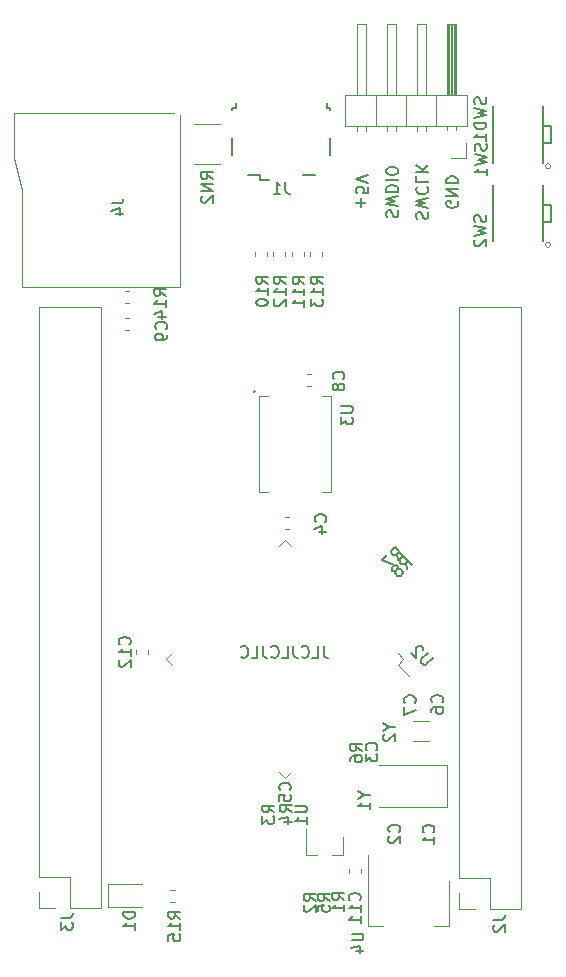
<source format=gbr>
G04 #@! TF.GenerationSoftware,KiCad,Pcbnew,(5.1.4)-1*
G04 #@! TF.CreationDate,2019-12-14T17:44:52+08:00*
G04 #@! TF.ProjectId,STM32F407VTE6-SOCKET,53544d33-3246-4343-9037-565445362d53,rev?*
G04 #@! TF.SameCoordinates,Original*
G04 #@! TF.FileFunction,Legend,Bot*
G04 #@! TF.FilePolarity,Positive*
%FSLAX46Y46*%
G04 Gerber Fmt 4.6, Leading zero omitted, Abs format (unit mm)*
G04 Created by KiCad (PCBNEW (5.1.4)-1) date 2019-12-14 17:44:52*
%MOMM*%
%LPD*%
G04 APERTURE LIST*
%ADD10C,0.150000*%
%ADD11C,0.120000*%
%ADD12C,0.200000*%
G04 APERTURE END LIST*
D10*
X129378571Y-105975714D02*
X129378571Y-105213809D01*
X128997619Y-105594761D02*
X129759523Y-105594761D01*
X129997619Y-104261428D02*
X129997619Y-104737619D01*
X129521428Y-104785238D01*
X129569047Y-104737619D01*
X129616666Y-104642380D01*
X129616666Y-104404285D01*
X129569047Y-104309047D01*
X129521428Y-104261428D01*
X129426190Y-104213809D01*
X129188095Y-104213809D01*
X129092857Y-104261428D01*
X129045238Y-104309047D01*
X128997619Y-104404285D01*
X128997619Y-104642380D01*
X129045238Y-104737619D01*
X129092857Y-104785238D01*
X129997619Y-103928095D02*
X128997619Y-103594761D01*
X129997619Y-103261428D01*
X131585238Y-106809047D02*
X131537619Y-106666190D01*
X131537619Y-106428095D01*
X131585238Y-106332857D01*
X131632857Y-106285238D01*
X131728095Y-106237619D01*
X131823333Y-106237619D01*
X131918571Y-106285238D01*
X131966190Y-106332857D01*
X132013809Y-106428095D01*
X132061428Y-106618571D01*
X132109047Y-106713809D01*
X132156666Y-106761428D01*
X132251904Y-106809047D01*
X132347142Y-106809047D01*
X132442380Y-106761428D01*
X132490000Y-106713809D01*
X132537619Y-106618571D01*
X132537619Y-106380476D01*
X132490000Y-106237619D01*
X132537619Y-105904285D02*
X131537619Y-105666190D01*
X132251904Y-105475714D01*
X131537619Y-105285238D01*
X132537619Y-105047142D01*
X131537619Y-104666190D02*
X132537619Y-104666190D01*
X132537619Y-104428095D01*
X132490000Y-104285238D01*
X132394761Y-104190000D01*
X132299523Y-104142380D01*
X132109047Y-104094761D01*
X131966190Y-104094761D01*
X131775714Y-104142380D01*
X131680476Y-104190000D01*
X131585238Y-104285238D01*
X131537619Y-104428095D01*
X131537619Y-104666190D01*
X131537619Y-103666190D02*
X132537619Y-103666190D01*
X132537619Y-102999523D02*
X132537619Y-102809047D01*
X132490000Y-102713809D01*
X132394761Y-102618571D01*
X132204285Y-102570952D01*
X131870952Y-102570952D01*
X131680476Y-102618571D01*
X131585238Y-102713809D01*
X131537619Y-102809047D01*
X131537619Y-102999523D01*
X131585238Y-103094761D01*
X131680476Y-103190000D01*
X131870952Y-103237619D01*
X132204285Y-103237619D01*
X132394761Y-103190000D01*
X132490000Y-103094761D01*
X132537619Y-102999523D01*
X134125238Y-106951904D02*
X134077619Y-106809047D01*
X134077619Y-106570952D01*
X134125238Y-106475714D01*
X134172857Y-106428095D01*
X134268095Y-106380476D01*
X134363333Y-106380476D01*
X134458571Y-106428095D01*
X134506190Y-106475714D01*
X134553809Y-106570952D01*
X134601428Y-106761428D01*
X134649047Y-106856666D01*
X134696666Y-106904285D01*
X134791904Y-106951904D01*
X134887142Y-106951904D01*
X134982380Y-106904285D01*
X135030000Y-106856666D01*
X135077619Y-106761428D01*
X135077619Y-106523333D01*
X135030000Y-106380476D01*
X135077619Y-106047142D02*
X134077619Y-105809047D01*
X134791904Y-105618571D01*
X134077619Y-105428095D01*
X135077619Y-105190000D01*
X134172857Y-104237619D02*
X134125238Y-104285238D01*
X134077619Y-104428095D01*
X134077619Y-104523333D01*
X134125238Y-104666190D01*
X134220476Y-104761428D01*
X134315714Y-104809047D01*
X134506190Y-104856666D01*
X134649047Y-104856666D01*
X134839523Y-104809047D01*
X134934761Y-104761428D01*
X135030000Y-104666190D01*
X135077619Y-104523333D01*
X135077619Y-104428095D01*
X135030000Y-104285238D01*
X134982380Y-104237619D01*
X134077619Y-103332857D02*
X134077619Y-103809047D01*
X135077619Y-103809047D01*
X134077619Y-102999523D02*
X135077619Y-102999523D01*
X134077619Y-102428095D02*
X134649047Y-102856666D01*
X135077619Y-102428095D02*
X134506190Y-102999523D01*
X137570000Y-105451904D02*
X137617619Y-105547142D01*
X137617619Y-105690000D01*
X137570000Y-105832857D01*
X137474761Y-105928095D01*
X137379523Y-105975714D01*
X137189047Y-106023333D01*
X137046190Y-106023333D01*
X136855714Y-105975714D01*
X136760476Y-105928095D01*
X136665238Y-105832857D01*
X136617619Y-105690000D01*
X136617619Y-105594761D01*
X136665238Y-105451904D01*
X136712857Y-105404285D01*
X137046190Y-105404285D01*
X137046190Y-105594761D01*
X136617619Y-104975714D02*
X137617619Y-104975714D01*
X136617619Y-104404285D01*
X137617619Y-104404285D01*
X136617619Y-103928095D02*
X137617619Y-103928095D01*
X137617619Y-103690000D01*
X137570000Y-103547142D01*
X137474761Y-103451904D01*
X137379523Y-103404285D01*
X137189047Y-103356666D01*
X137046190Y-103356666D01*
X136855714Y-103404285D01*
X136760476Y-103451904D01*
X136665238Y-103547142D01*
X136617619Y-103690000D01*
X136617619Y-103928095D01*
X126233333Y-143112380D02*
X126233333Y-143826666D01*
X126280952Y-143969523D01*
X126376190Y-144064761D01*
X126519047Y-144112380D01*
X126614285Y-144112380D01*
X125280952Y-144112380D02*
X125757142Y-144112380D01*
X125757142Y-143112380D01*
X124376190Y-144017142D02*
X124423809Y-144064761D01*
X124566666Y-144112380D01*
X124661904Y-144112380D01*
X124804761Y-144064761D01*
X124900000Y-143969523D01*
X124947619Y-143874285D01*
X124995238Y-143683809D01*
X124995238Y-143540952D01*
X124947619Y-143350476D01*
X124900000Y-143255238D01*
X124804761Y-143160000D01*
X124661904Y-143112380D01*
X124566666Y-143112380D01*
X124423809Y-143160000D01*
X124376190Y-143207619D01*
X123661904Y-143112380D02*
X123661904Y-143826666D01*
X123709523Y-143969523D01*
X123804761Y-144064761D01*
X123947619Y-144112380D01*
X124042857Y-144112380D01*
X122709523Y-144112380D02*
X123185714Y-144112380D01*
X123185714Y-143112380D01*
X121804761Y-144017142D02*
X121852380Y-144064761D01*
X121995238Y-144112380D01*
X122090476Y-144112380D01*
X122233333Y-144064761D01*
X122328571Y-143969523D01*
X122376190Y-143874285D01*
X122423809Y-143683809D01*
X122423809Y-143540952D01*
X122376190Y-143350476D01*
X122328571Y-143255238D01*
X122233333Y-143160000D01*
X122090476Y-143112380D01*
X121995238Y-143112380D01*
X121852380Y-143160000D01*
X121804761Y-143207619D01*
X121090476Y-143112380D02*
X121090476Y-143826666D01*
X121138095Y-143969523D01*
X121233333Y-144064761D01*
X121376190Y-144112380D01*
X121471428Y-144112380D01*
X120138095Y-144112380D02*
X120614285Y-144112380D01*
X120614285Y-143112380D01*
X119233333Y-144017142D02*
X119280952Y-144064761D01*
X119423809Y-144112380D01*
X119519047Y-144112380D01*
X119661904Y-144064761D01*
X119757142Y-143969523D01*
X119804761Y-143874285D01*
X119852380Y-143683809D01*
X119852380Y-143540952D01*
X119804761Y-143350476D01*
X119757142Y-143255238D01*
X119661904Y-143160000D01*
X119519047Y-143112380D01*
X119423809Y-143112380D01*
X119280952Y-143160000D01*
X119233333Y-143207619D01*
D11*
X126050000Y-121950000D02*
X126850000Y-121950000D01*
X126050000Y-130050000D02*
X126850000Y-130050000D01*
X126850000Y-130050000D02*
X126850000Y-121950000D01*
X121550000Y-130050000D02*
X120750000Y-130050000D01*
X120750000Y-121950000D02*
X120750000Y-130050000D01*
X121550000Y-121950000D02*
X120750000Y-121950000D01*
X120461803Y-121600000D02*
G75*
G03X120461803Y-121600000I-111803J0D01*
G01*
X138300000Y-101820000D02*
X138300000Y-100550000D01*
X137030000Y-101820000D02*
X138300000Y-101820000D01*
X129030000Y-99507071D02*
X129030000Y-99110000D01*
X129790000Y-99507071D02*
X129790000Y-99110000D01*
X129030000Y-90450000D02*
X129030000Y-96450000D01*
X129790000Y-90450000D02*
X129030000Y-90450000D01*
X129790000Y-96450000D02*
X129790000Y-90450000D01*
X130680000Y-99110000D02*
X130680000Y-96450000D01*
X131570000Y-99507071D02*
X131570000Y-99110000D01*
X132330000Y-99507071D02*
X132330000Y-99110000D01*
X131570000Y-90450000D02*
X131570000Y-96450000D01*
X132330000Y-90450000D02*
X131570000Y-90450000D01*
X132330000Y-96450000D02*
X132330000Y-90450000D01*
X133220000Y-99110000D02*
X133220000Y-96450000D01*
X134110000Y-99507071D02*
X134110000Y-99110000D01*
X134870000Y-99507071D02*
X134870000Y-99110000D01*
X134110000Y-90450000D02*
X134110000Y-96450000D01*
X134870000Y-90450000D02*
X134110000Y-90450000D01*
X134870000Y-96450000D02*
X134870000Y-90450000D01*
X135760000Y-99110000D02*
X135760000Y-96450000D01*
X136650000Y-99440000D02*
X136650000Y-99110000D01*
X137410000Y-99440000D02*
X137410000Y-99110000D01*
X136750000Y-96450000D02*
X136750000Y-90450000D01*
X136870000Y-96450000D02*
X136870000Y-90450000D01*
X136990000Y-96450000D02*
X136990000Y-90450000D01*
X137110000Y-96450000D02*
X137110000Y-90450000D01*
X137230000Y-96450000D02*
X137230000Y-90450000D01*
X137350000Y-96450000D02*
X137350000Y-90450000D01*
X136650000Y-90450000D02*
X136650000Y-96450000D01*
X137410000Y-90450000D02*
X136650000Y-90450000D01*
X137410000Y-96450000D02*
X137410000Y-90450000D01*
X138360000Y-96450000D02*
X138360000Y-99110000D01*
X128080000Y-96450000D02*
X138360000Y-96450000D01*
X128080000Y-99110000D02*
X128080000Y-96450000D01*
X138360000Y-99110000D02*
X128080000Y-99110000D01*
D10*
X118510000Y-101520000D02*
X118510000Y-100120000D01*
X118510000Y-97720000D02*
X118510000Y-97570000D01*
X118510000Y-97570000D02*
X118810000Y-97570000D01*
X118810000Y-97570000D02*
X118810000Y-97120000D01*
X126510000Y-97120000D02*
X126510000Y-97570000D01*
X126510000Y-97570000D02*
X126810000Y-97570000D01*
X126810000Y-97570000D02*
X126810000Y-97720000D01*
X126810000Y-100120000D02*
X126810000Y-101520000D01*
X121585000Y-103695000D02*
X120860000Y-103695000D01*
X120860000Y-103695000D02*
X120860000Y-103270000D01*
X120860000Y-103270000D02*
X119860000Y-103270000D01*
X124460000Y-103270000D02*
X125460000Y-103270000D01*
D11*
X113263733Y-163770000D02*
X113606267Y-163770000D01*
X113263733Y-164790000D02*
X113606267Y-164790000D01*
X109433733Y-113060000D02*
X109776267Y-113060000D01*
X109433733Y-114080000D02*
X109776267Y-114080000D01*
X123316267Y-133220000D02*
X122973733Y-133220000D01*
X123316267Y-132200000D02*
X122973733Y-132200000D01*
X125196267Y-120090000D02*
X124853733Y-120090000D01*
X125196267Y-121110000D02*
X124853733Y-121110000D01*
X109438733Y-115330000D02*
X109781267Y-115330000D01*
X109438733Y-116350000D02*
X109781267Y-116350000D01*
X128380000Y-162301267D02*
X128380000Y-161958733D01*
X129400000Y-162301267D02*
X129400000Y-161958733D01*
X110845000Y-165210000D02*
X107985000Y-165210000D01*
X107985000Y-165210000D02*
X107985000Y-163290000D01*
X107985000Y-163290000D02*
X110845000Y-163290000D01*
X137730000Y-165370000D02*
X139060000Y-165370000D01*
X137730000Y-164040000D02*
X137730000Y-165370000D01*
X140330000Y-165370000D02*
X142930000Y-165370000D01*
X140330000Y-162770000D02*
X140330000Y-165370000D01*
X137730000Y-162770000D02*
X140330000Y-162770000D01*
X142930000Y-165370000D02*
X142930000Y-114450000D01*
X137730000Y-162770000D02*
X137730000Y-114450000D01*
X137730000Y-114450000D02*
X142930000Y-114450000D01*
X102140000Y-114390000D02*
X107340000Y-114390000D01*
X102140000Y-162710000D02*
X102140000Y-114390000D01*
X107340000Y-165310000D02*
X107340000Y-114390000D01*
X102140000Y-162710000D02*
X104740000Y-162710000D01*
X104740000Y-162710000D02*
X104740000Y-165310000D01*
X104740000Y-165310000D02*
X107340000Y-165310000D01*
X102140000Y-163980000D02*
X102140000Y-165310000D01*
X102140000Y-165310000D02*
X103470000Y-165310000D01*
X104030000Y-112700000D02*
X100730000Y-112700000D01*
X104030000Y-112700000D02*
X114030000Y-112700000D01*
X114030000Y-112700000D02*
X114030000Y-98160000D01*
X113530000Y-98000000D02*
X100030000Y-98000000D01*
X100030000Y-101800000D02*
X100030000Y-98000000D01*
X100730000Y-112700000D02*
X100730000Y-104550000D01*
X100030000Y-101800000D02*
X100730000Y-104550000D01*
X120380000Y-109723733D02*
X120380000Y-110066267D01*
X121400000Y-109723733D02*
X121400000Y-110066267D01*
X123550000Y-109723733D02*
X123550000Y-110066267D01*
X124570000Y-109723733D02*
X124570000Y-110066267D01*
X122970000Y-109723733D02*
X122970000Y-110066267D01*
X121950000Y-109723733D02*
X121950000Y-110066267D01*
X126110000Y-109723733D02*
X126110000Y-110066267D01*
X125090000Y-109723733D02*
X125090000Y-110066267D01*
X117430000Y-102330000D02*
X115230000Y-102330000D01*
X117430000Y-98930000D02*
X115230000Y-98930000D01*
X127900000Y-160780000D02*
X126970000Y-160780000D01*
X124740000Y-160780000D02*
X125670000Y-160780000D01*
X124740000Y-160780000D02*
X124740000Y-158620000D01*
X127900000Y-160780000D02*
X127900000Y-159320000D01*
X113369916Y-144724975D02*
X112874942Y-144230000D01*
X112874942Y-144230000D02*
X113369916Y-143735025D01*
X122435025Y-153790084D02*
X122930000Y-154285058D01*
X122930000Y-154285058D02*
X123424975Y-153790084D01*
X123424975Y-134669916D02*
X122930000Y-134174942D01*
X122930000Y-134174942D02*
X122435025Y-134669916D01*
X132490084Y-143735025D02*
X132985058Y-144230000D01*
X132985058Y-144230000D02*
X132490084Y-144724975D01*
X132490084Y-144724975D02*
X133455284Y-145690176D01*
X136810000Y-166800000D02*
X135550000Y-166800000D01*
X129990000Y-166800000D02*
X131250000Y-166800000D01*
X136810000Y-163040000D02*
X136810000Y-166800000D01*
X129990000Y-160790000D02*
X129990000Y-166800000D01*
X130940000Y-153190000D02*
X136690000Y-153190000D01*
X136690000Y-153190000D02*
X136690000Y-156790000D01*
X136690000Y-156790000D02*
X130940000Y-156790000D01*
X133795000Y-149445000D02*
X135145000Y-149445000D01*
X133795000Y-151195000D02*
X135145000Y-151195000D01*
X145452132Y-102490000D02*
G75*
G03X145452132Y-102490000I-212132J0D01*
G01*
D12*
X145490000Y-99090000D02*
X144840000Y-99090000D01*
X145490000Y-99240000D02*
X145490000Y-99090000D01*
X145490000Y-100540000D02*
X145490000Y-99240000D01*
X144840000Y-100540000D02*
X145490000Y-100540000D01*
X144790000Y-102190000D02*
X144790000Y-97390000D01*
X140590000Y-102190000D02*
X140590000Y-97390000D01*
X140570000Y-108850000D02*
X140570000Y-104050000D01*
X144770000Y-108850000D02*
X144770000Y-104050000D01*
X144820000Y-107200000D02*
X145470000Y-107200000D01*
X145470000Y-107200000D02*
X145470000Y-105900000D01*
X145470000Y-105900000D02*
X145470000Y-105750000D01*
X145470000Y-105750000D02*
X144820000Y-105750000D01*
D11*
X145432132Y-109150000D02*
G75*
G03X145432132Y-109150000I-212132J0D01*
G01*
X111370000Y-143453733D02*
X111370000Y-143796267D01*
X110350000Y-143453733D02*
X110350000Y-143796267D01*
D10*
X127702380Y-122788095D02*
X128511904Y-122788095D01*
X128607142Y-122835714D01*
X128654761Y-122883333D01*
X128702380Y-122978571D01*
X128702380Y-123169047D01*
X128654761Y-123264285D01*
X128607142Y-123311904D01*
X128511904Y-123359523D01*
X127702380Y-123359523D01*
X127702380Y-123740476D02*
X127702380Y-124359523D01*
X128083333Y-124026190D01*
X128083333Y-124169047D01*
X128130952Y-124264285D01*
X128178571Y-124311904D01*
X128273809Y-124359523D01*
X128511904Y-124359523D01*
X128607142Y-124311904D01*
X128654761Y-124264285D01*
X128702380Y-124169047D01*
X128702380Y-123883333D01*
X128654761Y-123788095D01*
X128607142Y-123740476D01*
X139944761Y-96666666D02*
X139992380Y-96809523D01*
X139992380Y-97047619D01*
X139944761Y-97142857D01*
X139897142Y-97190476D01*
X139801904Y-97238095D01*
X139706666Y-97238095D01*
X139611428Y-97190476D01*
X139563809Y-97142857D01*
X139516190Y-97047619D01*
X139468571Y-96857142D01*
X139420952Y-96761904D01*
X139373333Y-96714285D01*
X139278095Y-96666666D01*
X139182857Y-96666666D01*
X139087619Y-96714285D01*
X139040000Y-96761904D01*
X138992380Y-96857142D01*
X138992380Y-97095238D01*
X139040000Y-97238095D01*
X138992380Y-97571428D02*
X139992380Y-97809523D01*
X139278095Y-98000000D01*
X139992380Y-98190476D01*
X138992380Y-98428571D01*
X139992380Y-98809523D02*
X138992380Y-98809523D01*
X138992380Y-99047619D01*
X139040000Y-99190476D01*
X139135238Y-99285714D01*
X139230476Y-99333333D01*
X139420952Y-99380952D01*
X139563809Y-99380952D01*
X139754285Y-99333333D01*
X139849523Y-99285714D01*
X139944761Y-99190476D01*
X139992380Y-99047619D01*
X139992380Y-98809523D01*
X139992380Y-100333333D02*
X139992380Y-99761904D01*
X139992380Y-100047619D02*
X138992380Y-100047619D01*
X139135238Y-99952380D01*
X139230476Y-99857142D01*
X139278095Y-99761904D01*
X122993333Y-103822380D02*
X122993333Y-104536666D01*
X123040952Y-104679523D01*
X123136190Y-104774761D01*
X123279047Y-104822380D01*
X123374285Y-104822380D01*
X121993333Y-104822380D02*
X122564761Y-104822380D01*
X122279047Y-104822380D02*
X122279047Y-103822380D01*
X122374285Y-103965238D01*
X122469523Y-104060476D01*
X122564761Y-104108095D01*
X127972380Y-164643333D02*
X127496190Y-164310000D01*
X127972380Y-164071904D02*
X126972380Y-164071904D01*
X126972380Y-164452857D01*
X127020000Y-164548095D01*
X127067619Y-164595714D01*
X127162857Y-164643333D01*
X127305714Y-164643333D01*
X127400952Y-164595714D01*
X127448571Y-164548095D01*
X127496190Y-164452857D01*
X127496190Y-164071904D01*
X127972380Y-165595714D02*
X127972380Y-165024285D01*
X127972380Y-165310000D02*
X126972380Y-165310000D01*
X127115238Y-165214761D01*
X127210476Y-165119523D01*
X127258095Y-165024285D01*
X126742380Y-164683333D02*
X126266190Y-164350000D01*
X126742380Y-164111904D02*
X125742380Y-164111904D01*
X125742380Y-164492857D01*
X125790000Y-164588095D01*
X125837619Y-164635714D01*
X125932857Y-164683333D01*
X126075714Y-164683333D01*
X126170952Y-164635714D01*
X126218571Y-164588095D01*
X126266190Y-164492857D01*
X126266190Y-164111904D01*
X125742380Y-165588095D02*
X125742380Y-165111904D01*
X126218571Y-165064285D01*
X126170952Y-165111904D01*
X126123333Y-165207142D01*
X126123333Y-165445238D01*
X126170952Y-165540476D01*
X126218571Y-165588095D01*
X126313809Y-165635714D01*
X126551904Y-165635714D01*
X126647142Y-165588095D01*
X126694761Y-165540476D01*
X126742380Y-165445238D01*
X126742380Y-165207142D01*
X126694761Y-165111904D01*
X126647142Y-165064285D01*
X123522380Y-157173333D02*
X123046190Y-156840000D01*
X123522380Y-156601904D02*
X122522380Y-156601904D01*
X122522380Y-156982857D01*
X122570000Y-157078095D01*
X122617619Y-157125714D01*
X122712857Y-157173333D01*
X122855714Y-157173333D01*
X122950952Y-157125714D01*
X122998571Y-157078095D01*
X123046190Y-156982857D01*
X123046190Y-156601904D01*
X122855714Y-158030476D02*
X123522380Y-158030476D01*
X122474761Y-157792380D02*
X123189047Y-157554285D01*
X123189047Y-158173333D01*
X122052380Y-157213333D02*
X121576190Y-156880000D01*
X122052380Y-156641904D02*
X121052380Y-156641904D01*
X121052380Y-157022857D01*
X121100000Y-157118095D01*
X121147619Y-157165714D01*
X121242857Y-157213333D01*
X121385714Y-157213333D01*
X121480952Y-157165714D01*
X121528571Y-157118095D01*
X121576190Y-157022857D01*
X121576190Y-156641904D01*
X121052380Y-157546666D02*
X121052380Y-158165714D01*
X121433333Y-157832380D01*
X121433333Y-157975238D01*
X121480952Y-158070476D01*
X121528571Y-158118095D01*
X121623809Y-158165714D01*
X121861904Y-158165714D01*
X121957142Y-158118095D01*
X122004761Y-158070476D01*
X122052380Y-157975238D01*
X122052380Y-157689523D01*
X122004761Y-157594285D01*
X121957142Y-157546666D01*
X125542380Y-164683333D02*
X125066190Y-164350000D01*
X125542380Y-164111904D02*
X124542380Y-164111904D01*
X124542380Y-164492857D01*
X124590000Y-164588095D01*
X124637619Y-164635714D01*
X124732857Y-164683333D01*
X124875714Y-164683333D01*
X124970952Y-164635714D01*
X125018571Y-164588095D01*
X125066190Y-164492857D01*
X125066190Y-164111904D01*
X124637619Y-165064285D02*
X124590000Y-165111904D01*
X124542380Y-165207142D01*
X124542380Y-165445238D01*
X124590000Y-165540476D01*
X124637619Y-165588095D01*
X124732857Y-165635714D01*
X124828095Y-165635714D01*
X124970952Y-165588095D01*
X125542380Y-165016666D01*
X125542380Y-165635714D01*
X123357142Y-155313333D02*
X123404761Y-155265714D01*
X123452380Y-155122857D01*
X123452380Y-155027619D01*
X123404761Y-154884761D01*
X123309523Y-154789523D01*
X123214285Y-154741904D01*
X123023809Y-154694285D01*
X122880952Y-154694285D01*
X122690476Y-154741904D01*
X122595238Y-154789523D01*
X122500000Y-154884761D01*
X122452380Y-155027619D01*
X122452380Y-155122857D01*
X122500000Y-155265714D01*
X122547619Y-155313333D01*
X122452380Y-156218095D02*
X122452380Y-155741904D01*
X122928571Y-155694285D01*
X122880952Y-155741904D01*
X122833333Y-155837142D01*
X122833333Y-156075238D01*
X122880952Y-156170476D01*
X122928571Y-156218095D01*
X123023809Y-156265714D01*
X123261904Y-156265714D01*
X123357142Y-156218095D01*
X123404761Y-156170476D01*
X123452380Y-156075238D01*
X123452380Y-155837142D01*
X123404761Y-155741904D01*
X123357142Y-155694285D01*
X114092380Y-166197142D02*
X113616190Y-165863809D01*
X114092380Y-165625714D02*
X113092380Y-165625714D01*
X113092380Y-166006666D01*
X113140000Y-166101904D01*
X113187619Y-166149523D01*
X113282857Y-166197142D01*
X113425714Y-166197142D01*
X113520952Y-166149523D01*
X113568571Y-166101904D01*
X113616190Y-166006666D01*
X113616190Y-165625714D01*
X114092380Y-167149523D02*
X114092380Y-166578095D01*
X114092380Y-166863809D02*
X113092380Y-166863809D01*
X113235238Y-166768571D01*
X113330476Y-166673333D01*
X113378095Y-166578095D01*
X113092380Y-168054285D02*
X113092380Y-167578095D01*
X113568571Y-167530476D01*
X113520952Y-167578095D01*
X113473333Y-167673333D01*
X113473333Y-167911428D01*
X113520952Y-168006666D01*
X113568571Y-168054285D01*
X113663809Y-168101904D01*
X113901904Y-168101904D01*
X113997142Y-168054285D01*
X114044761Y-168006666D01*
X114092380Y-167911428D01*
X114092380Y-167673333D01*
X114044761Y-167578095D01*
X113997142Y-167530476D01*
X112882380Y-113457142D02*
X112406190Y-113123809D01*
X112882380Y-112885714D02*
X111882380Y-112885714D01*
X111882380Y-113266666D01*
X111930000Y-113361904D01*
X111977619Y-113409523D01*
X112072857Y-113457142D01*
X112215714Y-113457142D01*
X112310952Y-113409523D01*
X112358571Y-113361904D01*
X112406190Y-113266666D01*
X112406190Y-112885714D01*
X112882380Y-114409523D02*
X112882380Y-113838095D01*
X112882380Y-114123809D02*
X111882380Y-114123809D01*
X112025238Y-114028571D01*
X112120476Y-113933333D01*
X112168095Y-113838095D01*
X112215714Y-115266666D02*
X112882380Y-115266666D01*
X111834761Y-115028571D02*
X112549047Y-114790476D01*
X112549047Y-115409523D01*
X129472380Y-151993333D02*
X128996190Y-151660000D01*
X129472380Y-151421904D02*
X128472380Y-151421904D01*
X128472380Y-151802857D01*
X128520000Y-151898095D01*
X128567619Y-151945714D01*
X128662857Y-151993333D01*
X128805714Y-151993333D01*
X128900952Y-151945714D01*
X128948571Y-151898095D01*
X128996190Y-151802857D01*
X128996190Y-151421904D01*
X128472380Y-152850476D02*
X128472380Y-152660000D01*
X128520000Y-152564761D01*
X128567619Y-152517142D01*
X128710476Y-152421904D01*
X128900952Y-152374285D01*
X129281904Y-152374285D01*
X129377142Y-152421904D01*
X129424761Y-152469523D01*
X129472380Y-152564761D01*
X129472380Y-152755238D01*
X129424761Y-152850476D01*
X129377142Y-152898095D01*
X129281904Y-152945714D01*
X129043809Y-152945714D01*
X128948571Y-152898095D01*
X128900952Y-152850476D01*
X128853333Y-152755238D01*
X128853333Y-152564761D01*
X128900952Y-152469523D01*
X128948571Y-152421904D01*
X129043809Y-152374285D01*
X130687142Y-151933333D02*
X130734761Y-151885714D01*
X130782380Y-151742857D01*
X130782380Y-151647619D01*
X130734761Y-151504761D01*
X130639523Y-151409523D01*
X130544285Y-151361904D01*
X130353809Y-151314285D01*
X130210952Y-151314285D01*
X130020476Y-151361904D01*
X129925238Y-151409523D01*
X129830000Y-151504761D01*
X129782380Y-151647619D01*
X129782380Y-151742857D01*
X129830000Y-151885714D01*
X129877619Y-151933333D01*
X129782380Y-152266666D02*
X129782380Y-152885714D01*
X130163333Y-152552380D01*
X130163333Y-152695238D01*
X130210952Y-152790476D01*
X130258571Y-152838095D01*
X130353809Y-152885714D01*
X130591904Y-152885714D01*
X130687142Y-152838095D01*
X130734761Y-152790476D01*
X130782380Y-152695238D01*
X130782380Y-152409523D01*
X130734761Y-152314285D01*
X130687142Y-152266666D01*
X133927142Y-147923333D02*
X133974761Y-147875714D01*
X134022380Y-147732857D01*
X134022380Y-147637619D01*
X133974761Y-147494761D01*
X133879523Y-147399523D01*
X133784285Y-147351904D01*
X133593809Y-147304285D01*
X133450952Y-147304285D01*
X133260476Y-147351904D01*
X133165238Y-147399523D01*
X133070000Y-147494761D01*
X133022380Y-147637619D01*
X133022380Y-147732857D01*
X133070000Y-147875714D01*
X133117619Y-147923333D01*
X133022380Y-148256666D02*
X133022380Y-148923333D01*
X134022380Y-148494761D01*
X136247142Y-147883333D02*
X136294761Y-147835714D01*
X136342380Y-147692857D01*
X136342380Y-147597619D01*
X136294761Y-147454761D01*
X136199523Y-147359523D01*
X136104285Y-147311904D01*
X135913809Y-147264285D01*
X135770952Y-147264285D01*
X135580476Y-147311904D01*
X135485238Y-147359523D01*
X135390000Y-147454761D01*
X135342380Y-147597619D01*
X135342380Y-147692857D01*
X135390000Y-147835714D01*
X135437619Y-147883333D01*
X135342380Y-148740476D02*
X135342380Y-148550000D01*
X135390000Y-148454761D01*
X135437619Y-148407142D01*
X135580476Y-148311904D01*
X135770952Y-148264285D01*
X136151904Y-148264285D01*
X136247142Y-148311904D01*
X136294761Y-148359523D01*
X136342380Y-148454761D01*
X136342380Y-148645238D01*
X136294761Y-148740476D01*
X136247142Y-148788095D01*
X136151904Y-148835714D01*
X135913809Y-148835714D01*
X135818571Y-148788095D01*
X135770952Y-148740476D01*
X135723333Y-148645238D01*
X135723333Y-148454761D01*
X135770952Y-148359523D01*
X135818571Y-148311904D01*
X135913809Y-148264285D01*
X132617142Y-158853333D02*
X132664761Y-158805714D01*
X132712380Y-158662857D01*
X132712380Y-158567619D01*
X132664761Y-158424761D01*
X132569523Y-158329523D01*
X132474285Y-158281904D01*
X132283809Y-158234285D01*
X132140952Y-158234285D01*
X131950476Y-158281904D01*
X131855238Y-158329523D01*
X131760000Y-158424761D01*
X131712380Y-158567619D01*
X131712380Y-158662857D01*
X131760000Y-158805714D01*
X131807619Y-158853333D01*
X131807619Y-159234285D02*
X131760000Y-159281904D01*
X131712380Y-159377142D01*
X131712380Y-159615238D01*
X131760000Y-159710476D01*
X131807619Y-159758095D01*
X131902857Y-159805714D01*
X131998095Y-159805714D01*
X132140952Y-159758095D01*
X132712380Y-159186666D01*
X132712380Y-159805714D01*
X135507142Y-158893333D02*
X135554761Y-158845714D01*
X135602380Y-158702857D01*
X135602380Y-158607619D01*
X135554761Y-158464761D01*
X135459523Y-158369523D01*
X135364285Y-158321904D01*
X135173809Y-158274285D01*
X135030952Y-158274285D01*
X134840476Y-158321904D01*
X134745238Y-158369523D01*
X134650000Y-158464761D01*
X134602380Y-158607619D01*
X134602380Y-158702857D01*
X134650000Y-158845714D01*
X134697619Y-158893333D01*
X135602380Y-159845714D02*
X135602380Y-159274285D01*
X135602380Y-159560000D02*
X134602380Y-159560000D01*
X134745238Y-159464761D01*
X134840476Y-159369523D01*
X134888095Y-159274285D01*
X126367142Y-132593333D02*
X126414761Y-132545714D01*
X126462380Y-132402857D01*
X126462380Y-132307619D01*
X126414761Y-132164761D01*
X126319523Y-132069523D01*
X126224285Y-132021904D01*
X126033809Y-131974285D01*
X125890952Y-131974285D01*
X125700476Y-132021904D01*
X125605238Y-132069523D01*
X125510000Y-132164761D01*
X125462380Y-132307619D01*
X125462380Y-132402857D01*
X125510000Y-132545714D01*
X125557619Y-132593333D01*
X125795714Y-133450476D02*
X126462380Y-133450476D01*
X125414761Y-133212380D02*
X126129047Y-132974285D01*
X126129047Y-133593333D01*
X127887142Y-120513333D02*
X127934761Y-120465714D01*
X127982380Y-120322857D01*
X127982380Y-120227619D01*
X127934761Y-120084761D01*
X127839523Y-119989523D01*
X127744285Y-119941904D01*
X127553809Y-119894285D01*
X127410952Y-119894285D01*
X127220476Y-119941904D01*
X127125238Y-119989523D01*
X127030000Y-120084761D01*
X126982380Y-120227619D01*
X126982380Y-120322857D01*
X127030000Y-120465714D01*
X127077619Y-120513333D01*
X127410952Y-121084761D02*
X127363333Y-120989523D01*
X127315714Y-120941904D01*
X127220476Y-120894285D01*
X127172857Y-120894285D01*
X127077619Y-120941904D01*
X127030000Y-120989523D01*
X126982380Y-121084761D01*
X126982380Y-121275238D01*
X127030000Y-121370476D01*
X127077619Y-121418095D01*
X127172857Y-121465714D01*
X127220476Y-121465714D01*
X127315714Y-121418095D01*
X127363333Y-121370476D01*
X127410952Y-121275238D01*
X127410952Y-121084761D01*
X127458571Y-120989523D01*
X127506190Y-120941904D01*
X127601428Y-120894285D01*
X127791904Y-120894285D01*
X127887142Y-120941904D01*
X127934761Y-120989523D01*
X127982380Y-121084761D01*
X127982380Y-121275238D01*
X127934761Y-121370476D01*
X127887142Y-121418095D01*
X127791904Y-121465714D01*
X127601428Y-121465714D01*
X127506190Y-121418095D01*
X127458571Y-121370476D01*
X127410952Y-121275238D01*
X112887142Y-116283333D02*
X112934761Y-116235714D01*
X112982380Y-116092857D01*
X112982380Y-115997619D01*
X112934761Y-115854761D01*
X112839523Y-115759523D01*
X112744285Y-115711904D01*
X112553809Y-115664285D01*
X112410952Y-115664285D01*
X112220476Y-115711904D01*
X112125238Y-115759523D01*
X112030000Y-115854761D01*
X111982380Y-115997619D01*
X111982380Y-116092857D01*
X112030000Y-116235714D01*
X112077619Y-116283333D01*
X112982380Y-116759523D02*
X112982380Y-116950000D01*
X112934761Y-117045238D01*
X112887142Y-117092857D01*
X112744285Y-117188095D01*
X112553809Y-117235714D01*
X112172857Y-117235714D01*
X112077619Y-117188095D01*
X112030000Y-117140476D01*
X111982380Y-117045238D01*
X111982380Y-116854761D01*
X112030000Y-116759523D01*
X112077619Y-116711904D01*
X112172857Y-116664285D01*
X112410952Y-116664285D01*
X112506190Y-116711904D01*
X112553809Y-116759523D01*
X112601428Y-116854761D01*
X112601428Y-117045238D01*
X112553809Y-117140476D01*
X112506190Y-117188095D01*
X112410952Y-117235714D01*
X129267142Y-164657142D02*
X129314761Y-164609523D01*
X129362380Y-164466666D01*
X129362380Y-164371428D01*
X129314761Y-164228571D01*
X129219523Y-164133333D01*
X129124285Y-164085714D01*
X128933809Y-164038095D01*
X128790952Y-164038095D01*
X128600476Y-164085714D01*
X128505238Y-164133333D01*
X128410000Y-164228571D01*
X128362380Y-164371428D01*
X128362380Y-164466666D01*
X128410000Y-164609523D01*
X128457619Y-164657142D01*
X129362380Y-165609523D02*
X129362380Y-165038095D01*
X129362380Y-165323809D02*
X128362380Y-165323809D01*
X128505238Y-165228571D01*
X128600476Y-165133333D01*
X128648095Y-165038095D01*
X129362380Y-166561904D02*
X129362380Y-165990476D01*
X129362380Y-166276190D02*
X128362380Y-166276190D01*
X128505238Y-166180952D01*
X128600476Y-166085714D01*
X128648095Y-165990476D01*
X110282380Y-165621904D02*
X109282380Y-165621904D01*
X109282380Y-165860000D01*
X109330000Y-166002857D01*
X109425238Y-166098095D01*
X109520476Y-166145714D01*
X109710952Y-166193333D01*
X109853809Y-166193333D01*
X110044285Y-166145714D01*
X110139523Y-166098095D01*
X110234761Y-166002857D01*
X110282380Y-165860000D01*
X110282380Y-165621904D01*
X110282380Y-167145714D02*
X110282380Y-166574285D01*
X110282380Y-166860000D02*
X109282380Y-166860000D01*
X109425238Y-166764761D01*
X109520476Y-166669523D01*
X109568095Y-166574285D01*
X140582380Y-166306666D02*
X141296666Y-166306666D01*
X141439523Y-166259047D01*
X141534761Y-166163809D01*
X141582380Y-166020952D01*
X141582380Y-165925714D01*
X140677619Y-166735238D02*
X140630000Y-166782857D01*
X140582380Y-166878095D01*
X140582380Y-167116190D01*
X140630000Y-167211428D01*
X140677619Y-167259047D01*
X140772857Y-167306666D01*
X140868095Y-167306666D01*
X141010952Y-167259047D01*
X141582380Y-166687619D01*
X141582380Y-167306666D01*
X104012380Y-166126666D02*
X104726666Y-166126666D01*
X104869523Y-166079047D01*
X104964761Y-165983809D01*
X105012380Y-165840952D01*
X105012380Y-165745714D01*
X104012380Y-166507619D02*
X104012380Y-167126666D01*
X104393333Y-166793333D01*
X104393333Y-166936190D01*
X104440952Y-167031428D01*
X104488571Y-167079047D01*
X104583809Y-167126666D01*
X104821904Y-167126666D01*
X104917142Y-167079047D01*
X104964761Y-167031428D01*
X105012380Y-166936190D01*
X105012380Y-166650476D01*
X104964761Y-166555238D01*
X104917142Y-166507619D01*
X108282380Y-105616666D02*
X108996666Y-105616666D01*
X109139523Y-105569047D01*
X109234761Y-105473809D01*
X109282380Y-105330952D01*
X109282380Y-105235714D01*
X108615714Y-106521428D02*
X109282380Y-106521428D01*
X108234761Y-106283333D02*
X108949047Y-106045238D01*
X108949047Y-106664285D01*
X121502380Y-112427142D02*
X121026190Y-112093809D01*
X121502380Y-111855714D02*
X120502380Y-111855714D01*
X120502380Y-112236666D01*
X120550000Y-112331904D01*
X120597619Y-112379523D01*
X120692857Y-112427142D01*
X120835714Y-112427142D01*
X120930952Y-112379523D01*
X120978571Y-112331904D01*
X121026190Y-112236666D01*
X121026190Y-111855714D01*
X121502380Y-113379523D02*
X121502380Y-112808095D01*
X121502380Y-113093809D02*
X120502380Y-113093809D01*
X120645238Y-112998571D01*
X120740476Y-112903333D01*
X120788095Y-112808095D01*
X120502380Y-113998571D02*
X120502380Y-114093809D01*
X120550000Y-114189047D01*
X120597619Y-114236666D01*
X120692857Y-114284285D01*
X120883333Y-114331904D01*
X121121428Y-114331904D01*
X121311904Y-114284285D01*
X121407142Y-114236666D01*
X121454761Y-114189047D01*
X121502380Y-114093809D01*
X121502380Y-113998571D01*
X121454761Y-113903333D01*
X121407142Y-113855714D01*
X121311904Y-113808095D01*
X121121428Y-113760476D01*
X120883333Y-113760476D01*
X120692857Y-113808095D01*
X120597619Y-113855714D01*
X120550000Y-113903333D01*
X120502380Y-113998571D01*
X124602380Y-112477142D02*
X124126190Y-112143809D01*
X124602380Y-111905714D02*
X123602380Y-111905714D01*
X123602380Y-112286666D01*
X123650000Y-112381904D01*
X123697619Y-112429523D01*
X123792857Y-112477142D01*
X123935714Y-112477142D01*
X124030952Y-112429523D01*
X124078571Y-112381904D01*
X124126190Y-112286666D01*
X124126190Y-111905714D01*
X124602380Y-113429523D02*
X124602380Y-112858095D01*
X124602380Y-113143809D02*
X123602380Y-113143809D01*
X123745238Y-113048571D01*
X123840476Y-112953333D01*
X123888095Y-112858095D01*
X124602380Y-114381904D02*
X124602380Y-113810476D01*
X124602380Y-114096190D02*
X123602380Y-114096190D01*
X123745238Y-114000952D01*
X123840476Y-113905714D01*
X123888095Y-113810476D01*
X123002380Y-112447142D02*
X122526190Y-112113809D01*
X123002380Y-111875714D02*
X122002380Y-111875714D01*
X122002380Y-112256666D01*
X122050000Y-112351904D01*
X122097619Y-112399523D01*
X122192857Y-112447142D01*
X122335714Y-112447142D01*
X122430952Y-112399523D01*
X122478571Y-112351904D01*
X122526190Y-112256666D01*
X122526190Y-111875714D01*
X123002380Y-113399523D02*
X123002380Y-112828095D01*
X123002380Y-113113809D02*
X122002380Y-113113809D01*
X122145238Y-113018571D01*
X122240476Y-112923333D01*
X122288095Y-112828095D01*
X122097619Y-113780476D02*
X122050000Y-113828095D01*
X122002380Y-113923333D01*
X122002380Y-114161428D01*
X122050000Y-114256666D01*
X122097619Y-114304285D01*
X122192857Y-114351904D01*
X122288095Y-114351904D01*
X122430952Y-114304285D01*
X123002380Y-113732857D01*
X123002380Y-114351904D01*
X126152380Y-112467142D02*
X125676190Y-112133809D01*
X126152380Y-111895714D02*
X125152380Y-111895714D01*
X125152380Y-112276666D01*
X125200000Y-112371904D01*
X125247619Y-112419523D01*
X125342857Y-112467142D01*
X125485714Y-112467142D01*
X125580952Y-112419523D01*
X125628571Y-112371904D01*
X125676190Y-112276666D01*
X125676190Y-111895714D01*
X126152380Y-113419523D02*
X126152380Y-112848095D01*
X126152380Y-113133809D02*
X125152380Y-113133809D01*
X125295238Y-113038571D01*
X125390476Y-112943333D01*
X125438095Y-112848095D01*
X125152380Y-113752857D02*
X125152380Y-114371904D01*
X125533333Y-114038571D01*
X125533333Y-114181428D01*
X125580952Y-114276666D01*
X125628571Y-114324285D01*
X125723809Y-114371904D01*
X125961904Y-114371904D01*
X126057142Y-114324285D01*
X126104761Y-114276666D01*
X126152380Y-114181428D01*
X126152380Y-113895714D01*
X126104761Y-113800476D01*
X126057142Y-113752857D01*
X116872380Y-103589523D02*
X116396190Y-103256190D01*
X116872380Y-103018095D02*
X115872380Y-103018095D01*
X115872380Y-103399047D01*
X115920000Y-103494285D01*
X115967619Y-103541904D01*
X116062857Y-103589523D01*
X116205714Y-103589523D01*
X116300952Y-103541904D01*
X116348571Y-103494285D01*
X116396190Y-103399047D01*
X116396190Y-103018095D01*
X116872380Y-104018095D02*
X115872380Y-104018095D01*
X116872380Y-104589523D01*
X115872380Y-104589523D01*
X115967619Y-105018095D02*
X115920000Y-105065714D01*
X115872380Y-105160952D01*
X115872380Y-105399047D01*
X115920000Y-105494285D01*
X115967619Y-105541904D01*
X116062857Y-105589523D01*
X116158095Y-105589523D01*
X116300952Y-105541904D01*
X116872380Y-104970476D01*
X116872380Y-105589523D01*
X123802380Y-156628095D02*
X124611904Y-156628095D01*
X124707142Y-156675714D01*
X124754761Y-156723333D01*
X124802380Y-156818571D01*
X124802380Y-157009047D01*
X124754761Y-157104285D01*
X124707142Y-157151904D01*
X124611904Y-157199523D01*
X123802380Y-157199523D01*
X124802380Y-158199523D02*
X124802380Y-157628095D01*
X124802380Y-157913809D02*
X123802380Y-157913809D01*
X123945238Y-157818571D01*
X124040476Y-157723333D01*
X124088095Y-157628095D01*
X135455973Y-144091522D02*
X134883553Y-144663942D01*
X134782538Y-144697614D01*
X134715194Y-144697614D01*
X134614179Y-144663942D01*
X134479492Y-144529255D01*
X134445820Y-144428240D01*
X134445820Y-144360896D01*
X134479492Y-144259881D01*
X135051912Y-143687461D01*
X134681522Y-143451759D02*
X134681522Y-143384416D01*
X134647851Y-143283400D01*
X134479492Y-143115042D01*
X134378477Y-143081370D01*
X134311133Y-143081370D01*
X134210118Y-143115042D01*
X134142774Y-143182385D01*
X134075431Y-143317072D01*
X134075431Y-144125194D01*
X133637698Y-143687461D01*
X128602380Y-167478095D02*
X129411904Y-167478095D01*
X129507142Y-167525714D01*
X129554761Y-167573333D01*
X129602380Y-167668571D01*
X129602380Y-167859047D01*
X129554761Y-167954285D01*
X129507142Y-168001904D01*
X129411904Y-168049523D01*
X128602380Y-168049523D01*
X128935714Y-168954285D02*
X129602380Y-168954285D01*
X128554761Y-168716190D02*
X129269047Y-168478095D01*
X129269047Y-169097142D01*
X129646190Y-155763809D02*
X130122380Y-155763809D01*
X129122380Y-155430476D02*
X129646190Y-155763809D01*
X129122380Y-156097142D01*
X130122380Y-156954285D02*
X130122380Y-156382857D01*
X130122380Y-156668571D02*
X129122380Y-156668571D01*
X129265238Y-156573333D01*
X129360476Y-156478095D01*
X129408095Y-156382857D01*
X131796190Y-149973809D02*
X132272380Y-149973809D01*
X131272380Y-149640476D02*
X131796190Y-149973809D01*
X131272380Y-150307142D01*
X131367619Y-150592857D02*
X131320000Y-150640476D01*
X131272380Y-150735714D01*
X131272380Y-150973809D01*
X131320000Y-151069047D01*
X131367619Y-151116666D01*
X131462857Y-151164285D01*
X131558095Y-151164285D01*
X131700952Y-151116666D01*
X132272380Y-150545238D01*
X132272380Y-151164285D01*
X139974761Y-100596666D02*
X140022380Y-100739523D01*
X140022380Y-100977619D01*
X139974761Y-101072857D01*
X139927142Y-101120476D01*
X139831904Y-101168095D01*
X139736666Y-101168095D01*
X139641428Y-101120476D01*
X139593809Y-101072857D01*
X139546190Y-100977619D01*
X139498571Y-100787142D01*
X139450952Y-100691904D01*
X139403333Y-100644285D01*
X139308095Y-100596666D01*
X139212857Y-100596666D01*
X139117619Y-100644285D01*
X139070000Y-100691904D01*
X139022380Y-100787142D01*
X139022380Y-101025238D01*
X139070000Y-101168095D01*
X139022380Y-101501428D02*
X140022380Y-101739523D01*
X139308095Y-101930000D01*
X140022380Y-102120476D01*
X139022380Y-102358571D01*
X140022380Y-103263333D02*
X140022380Y-102691904D01*
X140022380Y-102977619D02*
X139022380Y-102977619D01*
X139165238Y-102882380D01*
X139260476Y-102787142D01*
X139308095Y-102691904D01*
X139944761Y-106616666D02*
X139992380Y-106759523D01*
X139992380Y-106997619D01*
X139944761Y-107092857D01*
X139897142Y-107140476D01*
X139801904Y-107188095D01*
X139706666Y-107188095D01*
X139611428Y-107140476D01*
X139563809Y-107092857D01*
X139516190Y-106997619D01*
X139468571Y-106807142D01*
X139420952Y-106711904D01*
X139373333Y-106664285D01*
X139278095Y-106616666D01*
X139182857Y-106616666D01*
X139087619Y-106664285D01*
X139040000Y-106711904D01*
X138992380Y-106807142D01*
X138992380Y-107045238D01*
X139040000Y-107188095D01*
X138992380Y-107521428D02*
X139992380Y-107759523D01*
X139278095Y-107950000D01*
X139992380Y-108140476D01*
X138992380Y-108378571D01*
X139087619Y-108711904D02*
X139040000Y-108759523D01*
X138992380Y-108854761D01*
X138992380Y-109092857D01*
X139040000Y-109188095D01*
X139087619Y-109235714D01*
X139182857Y-109283333D01*
X139278095Y-109283333D01*
X139420952Y-109235714D01*
X139992380Y-108664285D01*
X139992380Y-109283333D01*
X109787142Y-142982142D02*
X109834761Y-142934523D01*
X109882380Y-142791666D01*
X109882380Y-142696428D01*
X109834761Y-142553571D01*
X109739523Y-142458333D01*
X109644285Y-142410714D01*
X109453809Y-142363095D01*
X109310952Y-142363095D01*
X109120476Y-142410714D01*
X109025238Y-142458333D01*
X108930000Y-142553571D01*
X108882380Y-142696428D01*
X108882380Y-142791666D01*
X108930000Y-142934523D01*
X108977619Y-142982142D01*
X109882380Y-143934523D02*
X109882380Y-143363095D01*
X109882380Y-143648809D02*
X108882380Y-143648809D01*
X109025238Y-143553571D01*
X109120476Y-143458333D01*
X109168095Y-143363095D01*
X108977619Y-144315476D02*
X108930000Y-144363095D01*
X108882380Y-144458333D01*
X108882380Y-144696428D01*
X108930000Y-144791666D01*
X108977619Y-144839285D01*
X109072857Y-144886904D01*
X109168095Y-144886904D01*
X109310952Y-144839285D01*
X109882380Y-144267857D01*
X109882380Y-144886904D01*
X132555417Y-135864715D02*
X132454402Y-135292295D01*
X132959478Y-135460654D02*
X132252372Y-134753547D01*
X131982997Y-135022921D01*
X131949326Y-135123936D01*
X131949326Y-135191280D01*
X131982997Y-135292295D01*
X132084013Y-135393310D01*
X132185028Y-135426982D01*
X132252372Y-135426982D01*
X132353387Y-135393310D01*
X132622761Y-135123936D01*
X131612608Y-135393310D02*
X131141204Y-135864715D01*
X132151356Y-136268776D01*
X133283364Y-136631768D02*
X133182349Y-136059348D01*
X133687425Y-136227707D02*
X132980319Y-135520600D01*
X132710944Y-135789974D01*
X132677273Y-135890989D01*
X132677273Y-135958333D01*
X132710944Y-136059348D01*
X132811960Y-136160363D01*
X132912975Y-136194035D01*
X132980319Y-136194035D01*
X133081334Y-136160363D01*
X133350708Y-135890989D01*
X132475242Y-136631768D02*
X132508914Y-136530753D01*
X132508914Y-136463409D01*
X132475242Y-136362394D01*
X132441570Y-136328722D01*
X132340555Y-136295050D01*
X132273212Y-136295050D01*
X132172196Y-136328722D01*
X132037509Y-136463409D01*
X132003838Y-136564425D01*
X132003838Y-136631768D01*
X132037509Y-136732783D01*
X132071181Y-136766455D01*
X132172196Y-136800127D01*
X132239540Y-136800127D01*
X132340555Y-136766455D01*
X132475242Y-136631768D01*
X132576257Y-136598096D01*
X132643601Y-136598096D01*
X132744616Y-136631768D01*
X132879303Y-136766455D01*
X132912975Y-136867470D01*
X132912975Y-136934814D01*
X132879303Y-137035829D01*
X132744616Y-137170516D01*
X132643601Y-137204188D01*
X132576257Y-137204188D01*
X132475242Y-137170516D01*
X132340555Y-137035829D01*
X132306883Y-136934814D01*
X132306883Y-136867470D01*
X132340555Y-136766455D01*
M02*

</source>
